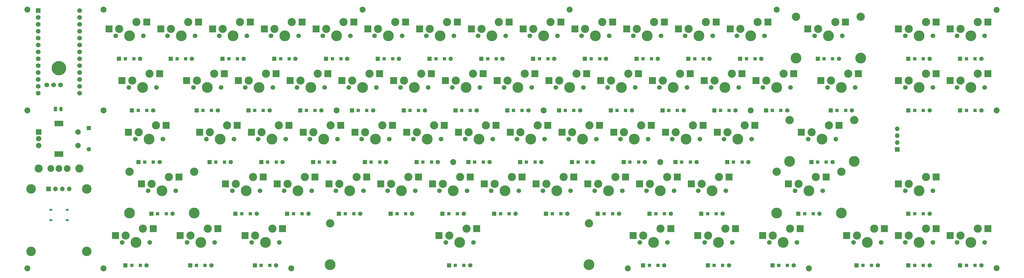
<source format=gbs>
G04 #@! TF.GenerationSoftware,KiCad,Pcbnew,8.0.7*
G04 #@! TF.CreationDate,2025-01-01T13:35:18+11:00*
G04 #@! TF.ProjectId,Mainpcb,4d61696e-7063-4622-9e6b-696361645f70,rev?*
G04 #@! TF.SameCoordinates,Original*
G04 #@! TF.FileFunction,Soldermask,Bot*
G04 #@! TF.FilePolarity,Negative*
%FSLAX46Y46*%
G04 Gerber Fmt 4.6, Leading zero omitted, Abs format (unit mm)*
G04 Created by KiCad (PCBNEW 8.0.7) date 2025-01-01 13:35:19*
%MOMM*%
%LPD*%
G01*
G04 APERTURE LIST*
G04 Aperture macros list*
%AMRoundRect*
0 Rectangle with rounded corners*
0 $1 Rounding radius*
0 $2 $3 $4 $5 $6 $7 $8 $9 X,Y pos of 4 corners*
0 Add a 4 corners polygon primitive as box body*
4,1,4,$2,$3,$4,$5,$6,$7,$8,$9,$2,$3,0*
0 Add four circle primitives for the rounded corners*
1,1,$1+$1,$2,$3*
1,1,$1+$1,$4,$5*
1,1,$1+$1,$6,$7*
1,1,$1+$1,$8,$9*
0 Add four rect primitives between the rounded corners*
20,1,$1+$1,$2,$3,$4,$5,0*
20,1,$1+$1,$4,$5,$6,$7,0*
20,1,$1+$1,$6,$7,$8,$9,0*
20,1,$1+$1,$8,$9,$2,$3,0*%
G04 Aperture macros list end*
%ADD10R,1.000000X0.750000*%
%ADD11C,3.000000*%
%ADD12C,2.500000*%
%ADD13R,1.752600X1.752600*%
%ADD14C,1.752600*%
%ADD15C,1.701800*%
%ADD16C,3.987800*%
%ADD17R,2.550000X2.500000*%
%ADD18R,1.600000X1.600000*%
%ADD19C,1.600000*%
%ADD20R,2.000000X2.000000*%
%ADD21C,2.000000*%
%ADD22R,3.200000X2.000000*%
%ADD23C,2.200000*%
%ADD24C,5.300000*%
%ADD25C,3.048000*%
%ADD26RoundRect,0.250000X-0.350000X-0.625000X0.350000X-0.625000X0.350000X0.625000X-0.350000X0.625000X0*%
%ADD27O,1.200000X1.750000*%
%ADD28O,1.700000X1.700000*%
%ADD29R,1.700000X1.700000*%
%ADD30C,3.500000*%
%ADD31R,1.200000X1.200000*%
G04 APERTURE END LIST*
D10*
X37000000Y-94250000D03*
X31000000Y-94250000D03*
X37000000Y-98000000D03*
X31000000Y-98000000D03*
D11*
X26500000Y-79000000D03*
X41500000Y-79000000D03*
D12*
X31000000Y-78950000D03*
X34000000Y-79000000D03*
X37000000Y-79000000D03*
D13*
X26380000Y-20760000D03*
D14*
X26380000Y-23300000D03*
X26380000Y-25840000D03*
X26380000Y-28380000D03*
X26380000Y-30920000D03*
X26380000Y-33460000D03*
X26380000Y-36000000D03*
X26380000Y-38540000D03*
X26380000Y-41080000D03*
X26380000Y-43620000D03*
X26380000Y-46160000D03*
X26380000Y-48700000D03*
X26380000Y-51240000D03*
X41620000Y-51240000D03*
X41620000Y-48700000D03*
X41620000Y-46160000D03*
X41620000Y-43620000D03*
X41620000Y-41080000D03*
X41620000Y-38540000D03*
X41620000Y-36000000D03*
X41620000Y-33460000D03*
X41620000Y-30920000D03*
X41620000Y-28380000D03*
X41620000Y-25840000D03*
X41620000Y-23300000D03*
X41620000Y-20760000D03*
X29460000Y-48145000D03*
X32000000Y-48145000D03*
X34540000Y-48145000D03*
D15*
X54920000Y-30000000D03*
D11*
X56190000Y-27460000D03*
D16*
X60000000Y-30000000D03*
D11*
X62540000Y-24920000D03*
D15*
X65080000Y-30000000D03*
D17*
X66290000Y-24920000D03*
X52440000Y-27460000D03*
D18*
X45000000Y-64100000D03*
D19*
X45000000Y-71900000D03*
D20*
X26500000Y-65500000D03*
D21*
X26500000Y-70500000D03*
X26500000Y-68000000D03*
D22*
X34000000Y-62400000D03*
X34000000Y-73600000D03*
D21*
X41000000Y-70500000D03*
X41000000Y-65500000D03*
D23*
X22381300Y-20381300D03*
X22381300Y-115818700D03*
X379086090Y-115725000D03*
X379086090Y-20475000D03*
X50381300Y-20381300D03*
X50381300Y-115818700D03*
X119529740Y-115818700D03*
X255263135Y-76600000D03*
X310028740Y-115818700D03*
X288599920Y-57550000D03*
D24*
X34000000Y-42000000D03*
D15*
X326380240Y-106200000D03*
D11*
X327650240Y-103660000D03*
D16*
X331460240Y-106200000D03*
D11*
X334000240Y-101120000D03*
D15*
X336540240Y-106200000D03*
D17*
X337750240Y-101120000D03*
X323900240Y-103660000D03*
D23*
X243354740Y-115818700D03*
D15*
X81112995Y-106200000D03*
D11*
X82382995Y-103660000D03*
D16*
X86192995Y-106200000D03*
D11*
X88732995Y-101120000D03*
D15*
X91272995Y-106200000D03*
D17*
X92482995Y-101120000D03*
X78632995Y-103660000D03*
D15*
X202558135Y-68100000D03*
D11*
X203828135Y-65560000D03*
D16*
X207638135Y-68100000D03*
D11*
X210178135Y-63020000D03*
D15*
X212718135Y-68100000D03*
D17*
X213928135Y-63020000D03*
X200078135Y-65560000D03*
D15*
X193032450Y-87150000D03*
D11*
X194302450Y-84610000D03*
D16*
X198112450Y-87150000D03*
D11*
X200652450Y-82070000D03*
D15*
X203192450Y-87150000D03*
D17*
X204402450Y-82070000D03*
X190552450Y-84610000D03*
D15*
X178744920Y-49050000D03*
D11*
X180014920Y-46510000D03*
D16*
X183824920Y-49050000D03*
D11*
X186364920Y-43970000D03*
D15*
X188904920Y-49050000D03*
D17*
X190114920Y-43970000D03*
X176264920Y-46510000D03*
D15*
X93020000Y-30000000D03*
D11*
X94290000Y-27460000D03*
D16*
X98100000Y-30000000D03*
D11*
X100640000Y-24920000D03*
D15*
X103180000Y-30000000D03*
D17*
X104390000Y-24920000D03*
X90540000Y-27460000D03*
D15*
X150170000Y-30000000D03*
D11*
X151440000Y-27460000D03*
D16*
X155250000Y-30000000D03*
D11*
X157790000Y-24920000D03*
D15*
X160330000Y-30000000D03*
D17*
X161540000Y-24920000D03*
X147690000Y-27460000D03*
D23*
X22381300Y-57550000D03*
D15*
X283520000Y-30000000D03*
D11*
X284790000Y-27460000D03*
D16*
X288600000Y-30000000D03*
D11*
X291140000Y-24920000D03*
D15*
X293680000Y-30000000D03*
D17*
X294890000Y-24920000D03*
X281040000Y-27460000D03*
D15*
X57301250Y-106200000D03*
D11*
X58571250Y-103660000D03*
D16*
X62381250Y-106200000D03*
D11*
X64921250Y-101120000D03*
D15*
X67461250Y-106200000D03*
D17*
X68671250Y-101120000D03*
X54821250Y-103660000D03*
D15*
X345431090Y-106200000D03*
D11*
X346701090Y-103660000D03*
D16*
X350511090Y-106200000D03*
D11*
X353051090Y-101120000D03*
D15*
X355591090Y-106200000D03*
D17*
X356801090Y-101120000D03*
X342951090Y-103660000D03*
D15*
X212082450Y-87150000D03*
D11*
X213352450Y-84610000D03*
D16*
X217162450Y-87150000D03*
D11*
X219702450Y-82070000D03*
D15*
X222242450Y-87150000D03*
D17*
X223452450Y-82070000D03*
X209602450Y-84610000D03*
D15*
X309713635Y-68100000D03*
D11*
X310983635Y-65560000D03*
D16*
X314793635Y-68100000D03*
D11*
X317333635Y-63020000D03*
D15*
X319873635Y-68100000D03*
D17*
X321083635Y-63020000D03*
X307233635Y-65560000D03*
D15*
X231132450Y-87150000D03*
D11*
X232402450Y-84610000D03*
D16*
X236212450Y-87150000D03*
D11*
X238752450Y-82070000D03*
D15*
X241292450Y-87150000D03*
D17*
X242502450Y-82070000D03*
X228652450Y-84610000D03*
D15*
X364482500Y-49050000D03*
D11*
X365752500Y-46510000D03*
D16*
X369562500Y-49050000D03*
D11*
X372102500Y-43970000D03*
D15*
X374642500Y-49050000D03*
D17*
X375852500Y-43970000D03*
X362002500Y-46510000D03*
D25*
X60006250Y-80165000D03*
D16*
X60006250Y-95405000D03*
D25*
X83806250Y-80165000D03*
D16*
X83806250Y-95405000D03*
D15*
X97782450Y-87150000D03*
D11*
X99052450Y-84610000D03*
D16*
X102862450Y-87150000D03*
D11*
X105402450Y-82070000D03*
D15*
X107942450Y-87150000D03*
D17*
X109152450Y-82070000D03*
X95302450Y-84610000D03*
D15*
X295423740Y-106200000D03*
D11*
X296693740Y-103660000D03*
D16*
X300503740Y-106200000D03*
D11*
X303043740Y-101120000D03*
D15*
X305583740Y-106200000D03*
D17*
X306793740Y-101120000D03*
X292943740Y-103660000D03*
D15*
X59682500Y-49050000D03*
D11*
X60952500Y-46510000D03*
D16*
X64762500Y-49050000D03*
D11*
X67302500Y-43970000D03*
D15*
X69842500Y-49050000D03*
D17*
X71052500Y-43970000D03*
X57202500Y-46510000D03*
D15*
X259708135Y-68100000D03*
D11*
X260978135Y-65560000D03*
D16*
X264788135Y-68100000D03*
D11*
X267328135Y-63020000D03*
D15*
X269868135Y-68100000D03*
D17*
X271078135Y-63020000D03*
X257228135Y-65560000D03*
D15*
X131120000Y-30000000D03*
D11*
X132390000Y-27460000D03*
D16*
X136200000Y-30000000D03*
D11*
X138740000Y-24920000D03*
D15*
X141280000Y-30000000D03*
D17*
X142490000Y-24920000D03*
X128640000Y-27460000D03*
D15*
X83494920Y-49050000D03*
D11*
X84764920Y-46510000D03*
D16*
X88574920Y-49050000D03*
D11*
X91114920Y-43970000D03*
D15*
X93654920Y-49050000D03*
D17*
X94864920Y-43970000D03*
X81014920Y-46510000D03*
D15*
X264470000Y-30000000D03*
D11*
X265740000Y-27460000D03*
D16*
X269550000Y-30000000D03*
D11*
X272090000Y-24920000D03*
D15*
X274630000Y-30000000D03*
D17*
X275840000Y-24920000D03*
X261990000Y-27460000D03*
D15*
X278758135Y-68100000D03*
D11*
X280028135Y-65560000D03*
D16*
X283838135Y-68100000D03*
D11*
X286378135Y-63020000D03*
D15*
X288918135Y-68100000D03*
D17*
X290128135Y-63020000D03*
X276278135Y-65560000D03*
D15*
X316857420Y-49050000D03*
D11*
X318127420Y-46510000D03*
D16*
X321937420Y-49050000D03*
D11*
X324477420Y-43970000D03*
D15*
X327017420Y-49050000D03*
D17*
X328227420Y-43970000D03*
X314377420Y-46510000D03*
D15*
X164458135Y-68100000D03*
D11*
X165728135Y-65560000D03*
D16*
X169538135Y-68100000D03*
D11*
X172078135Y-63020000D03*
D15*
X174618135Y-68100000D03*
D17*
X175828135Y-63020000D03*
X161978135Y-65560000D03*
D23*
X221925000Y-20381300D03*
D15*
X73970000Y-30000000D03*
D11*
X75240000Y-27460000D03*
D16*
X79050000Y-30000000D03*
D11*
X81590000Y-24920000D03*
D15*
X84130000Y-30000000D03*
D17*
X85340000Y-24920000D03*
X71490000Y-27460000D03*
D23*
X179063135Y-76600000D03*
D26*
X32730000Y-57050000D03*
D27*
X34730000Y-57050000D03*
D15*
X345431090Y-87150000D03*
D11*
X346701090Y-84610000D03*
D16*
X350511090Y-87150000D03*
D11*
X353051090Y-82070000D03*
D15*
X355591090Y-87150000D03*
D17*
X356801090Y-82070000D03*
X342951090Y-84610000D03*
D15*
X345432500Y-49050000D03*
D11*
X346702500Y-46510000D03*
D16*
X350512500Y-49050000D03*
D11*
X353052500Y-43970000D03*
D15*
X355592500Y-49050000D03*
D17*
X356802500Y-43970000D03*
X342952500Y-46510000D03*
D23*
X145725000Y-20381300D03*
D15*
X364482500Y-30000000D03*
D11*
X365752500Y-27460000D03*
D16*
X369562500Y-30000000D03*
D11*
X372102500Y-24920000D03*
D15*
X374642500Y-30000000D03*
D17*
X375852500Y-24920000D03*
X362002500Y-27460000D03*
D15*
X312095000Y-30000000D03*
D11*
X313365000Y-27460000D03*
D16*
X317175000Y-30000000D03*
D11*
X319715000Y-24920000D03*
D15*
X322255000Y-30000000D03*
D17*
X323465000Y-24920000D03*
X309615000Y-27460000D03*
D15*
X145408135Y-68100000D03*
D11*
X146678135Y-65560000D03*
D16*
X150488135Y-68100000D03*
D11*
X153028135Y-63020000D03*
D15*
X155568135Y-68100000D03*
D17*
X156778135Y-63020000D03*
X142928135Y-65560000D03*
D25*
X133816590Y-99215000D03*
D16*
X133816590Y-114455000D03*
D25*
X229066590Y-99215000D03*
D16*
X229066590Y-114455000D03*
D15*
X221608135Y-68100000D03*
D11*
X222878135Y-65560000D03*
D16*
X226688135Y-68100000D03*
D11*
X229228135Y-63020000D03*
D15*
X231768135Y-68100000D03*
D17*
X232978135Y-63020000D03*
X219128135Y-65560000D03*
D15*
X235894920Y-49050000D03*
D11*
X237164920Y-46510000D03*
D16*
X240974920Y-49050000D03*
D11*
X243514920Y-43970000D03*
D15*
X246054920Y-49050000D03*
D17*
X247264920Y-43970000D03*
X233414920Y-46510000D03*
D15*
X154932450Y-87150000D03*
D11*
X156202450Y-84610000D03*
D16*
X160012450Y-87150000D03*
D11*
X162552450Y-82070000D03*
D15*
X165092450Y-87150000D03*
D17*
X166302450Y-82070000D03*
X152452450Y-84610000D03*
D15*
X197794920Y-49050000D03*
D11*
X199064920Y-46510000D03*
D16*
X202874920Y-49050000D03*
D11*
X205414920Y-43970000D03*
D15*
X207954920Y-49050000D03*
D17*
X209164920Y-43970000D03*
X195314920Y-46510000D03*
D15*
X240658135Y-68100000D03*
D11*
X241928135Y-65560000D03*
D16*
X245738135Y-68100000D03*
D11*
X248278135Y-63020000D03*
D15*
X250818135Y-68100000D03*
D17*
X252028135Y-63020000D03*
X238178135Y-65560000D03*
D15*
X245420000Y-30000000D03*
D11*
X246690000Y-27460000D03*
D16*
X250500000Y-30000000D03*
D11*
X253040000Y-24920000D03*
D15*
X255580000Y-30000000D03*
D17*
X256790000Y-24920000D03*
X242940000Y-27460000D03*
D15*
X293044920Y-49050000D03*
D11*
X294314920Y-46510000D03*
D16*
X298124920Y-49050000D03*
D11*
X300664920Y-43970000D03*
D15*
X303204920Y-49050000D03*
D17*
X304414920Y-43970000D03*
X290564920Y-46510000D03*
D23*
X379086090Y-57550000D03*
D15*
X345432500Y-30000000D03*
D11*
X346702500Y-27460000D03*
D16*
X350512500Y-30000000D03*
D11*
X353052500Y-24920000D03*
D15*
X355592500Y-30000000D03*
D17*
X356802500Y-24920000D03*
X342952500Y-27460000D03*
D15*
X247799740Y-106200000D03*
D11*
X249069740Y-103660000D03*
D16*
X252879740Y-106200000D03*
D11*
X255419740Y-101120000D03*
D15*
X257959740Y-106200000D03*
D17*
X259169740Y-101120000D03*
X245319740Y-103660000D03*
D15*
X176361740Y-106200000D03*
D11*
X177631740Y-103660000D03*
D16*
X181441740Y-106200000D03*
D11*
X183981740Y-101120000D03*
D15*
X186521740Y-106200000D03*
D17*
X187731740Y-101120000D03*
X173881740Y-103660000D03*
D15*
X269232450Y-87150000D03*
D11*
X270502450Y-84610000D03*
D16*
X274312450Y-87150000D03*
D11*
X276852450Y-82070000D03*
D15*
X279392450Y-87150000D03*
D17*
X280602450Y-82070000D03*
X266752450Y-84610000D03*
D15*
X304950450Y-87150000D03*
D11*
X306220450Y-84610000D03*
D16*
X310030450Y-87150000D03*
D11*
X312570450Y-82070000D03*
D15*
X315110450Y-87150000D03*
D17*
X316320450Y-82070000D03*
X302470450Y-84610000D03*
D15*
X250182450Y-87150000D03*
D11*
X251452450Y-84610000D03*
D16*
X255262450Y-87150000D03*
D11*
X257802450Y-82070000D03*
D15*
X260342450Y-87150000D03*
D17*
X261552450Y-82070000D03*
X247702450Y-84610000D03*
D15*
X102544920Y-49050000D03*
D11*
X103814920Y-46510000D03*
D16*
X107624920Y-49050000D03*
D11*
X110164920Y-43970000D03*
D15*
X112704920Y-49050000D03*
D17*
X113914920Y-43970000D03*
X100064920Y-46510000D03*
D15*
X112070000Y-30000000D03*
D11*
X113340000Y-27460000D03*
D16*
X117150000Y-30000000D03*
D11*
X119690000Y-24920000D03*
D15*
X122230000Y-30000000D03*
D17*
X123440000Y-24920000D03*
X109590000Y-27460000D03*
D25*
X298130450Y-80165000D03*
D16*
X298130450Y-95405000D03*
D25*
X321930450Y-80165000D03*
D16*
X321930450Y-95405000D03*
D15*
X135882450Y-87150000D03*
D11*
X137152450Y-84610000D03*
D16*
X140962450Y-87150000D03*
D11*
X143502450Y-82070000D03*
D15*
X146042450Y-87150000D03*
D17*
X147252450Y-82070000D03*
X133402450Y-84610000D03*
D15*
X140644920Y-49050000D03*
D11*
X141914920Y-46510000D03*
D16*
X145724920Y-49050000D03*
D11*
X148264920Y-43970000D03*
D15*
X150804920Y-49050000D03*
D17*
X152014920Y-43970000D03*
X138164920Y-46510000D03*
D15*
X121594920Y-49050000D03*
D11*
X122864920Y-46510000D03*
D16*
X126674920Y-49050000D03*
D11*
X129214920Y-43970000D03*
D15*
X131754920Y-49050000D03*
D17*
X132964920Y-43970000D03*
X119114920Y-46510000D03*
D25*
X305275000Y-23015000D03*
D16*
X305275000Y-38255000D03*
D25*
X329075000Y-23015000D03*
D16*
X329075000Y-38255000D03*
D15*
X126358135Y-68100000D03*
D11*
X127628135Y-65560000D03*
D16*
X131438135Y-68100000D03*
D11*
X133978135Y-63020000D03*
D15*
X136518135Y-68100000D03*
D17*
X137728135Y-63020000D03*
X123878135Y-65560000D03*
D15*
X66826250Y-87150000D03*
D11*
X68096250Y-84610000D03*
D16*
X71906250Y-87150000D03*
D11*
X74446250Y-82070000D03*
D15*
X76986250Y-87150000D03*
D17*
X78196250Y-82070000D03*
X64346250Y-84610000D03*
D15*
X271611740Y-106200000D03*
D11*
X272881740Y-103660000D03*
D16*
X276691740Y-106200000D03*
D11*
X279231740Y-101120000D03*
D15*
X281771740Y-106200000D03*
D17*
X282981740Y-101120000D03*
X269131740Y-103660000D03*
D15*
X88258135Y-68100000D03*
D11*
X89528135Y-65560000D03*
D16*
X93338135Y-68100000D03*
D11*
X95878135Y-63020000D03*
D15*
X98418135Y-68100000D03*
D17*
X99628135Y-63020000D03*
X85778135Y-65560000D03*
D15*
X104924740Y-106200000D03*
D11*
X106194740Y-103660000D03*
D16*
X110004740Y-106200000D03*
D11*
X112544740Y-101120000D03*
D15*
X115084740Y-106200000D03*
D17*
X116294740Y-101120000D03*
X102444740Y-103660000D03*
D23*
X212399920Y-57550000D03*
D28*
X37810000Y-86500000D03*
X35270000Y-86500000D03*
X32730000Y-86500000D03*
D29*
X30190000Y-86500000D03*
D30*
X23750000Y-109500000D03*
X44250000Y-109500000D03*
X23750000Y-86500000D03*
X44250000Y-86500000D03*
D15*
X183508135Y-68100000D03*
D11*
X184778135Y-65560000D03*
D16*
X188588135Y-68100000D03*
D11*
X191128135Y-63020000D03*
D15*
X193668135Y-68100000D03*
D17*
X194878135Y-63020000D03*
X181028135Y-65560000D03*
D15*
X169220000Y-30000000D03*
D11*
X170490000Y-27460000D03*
D16*
X174300000Y-30000000D03*
D11*
X176840000Y-24920000D03*
D15*
X179380000Y-30000000D03*
D17*
X180590000Y-24920000D03*
X166740000Y-27460000D03*
D15*
X62063750Y-68100000D03*
D11*
X63333750Y-65560000D03*
D16*
X67143750Y-68100000D03*
D11*
X69683750Y-63020000D03*
D15*
X72223750Y-68100000D03*
D17*
X73433750Y-63020000D03*
X59583750Y-65560000D03*
D15*
X116832450Y-87150000D03*
D11*
X118102450Y-84610000D03*
D16*
X121912450Y-87150000D03*
D11*
X124452450Y-82070000D03*
D15*
X126992450Y-87150000D03*
D17*
X128202450Y-82070000D03*
X114352450Y-84610000D03*
D15*
X159694920Y-49050000D03*
D11*
X160964920Y-46510000D03*
D16*
X164774920Y-49050000D03*
D11*
X167314920Y-43970000D03*
D15*
X169854920Y-49050000D03*
D17*
X171064920Y-43970000D03*
X157214920Y-46510000D03*
D15*
X107308135Y-68100000D03*
D11*
X108578135Y-65560000D03*
D16*
X112388135Y-68100000D03*
D11*
X114928135Y-63020000D03*
D15*
X117468135Y-68100000D03*
D17*
X118678135Y-63020000D03*
X104828135Y-65560000D03*
D15*
X207320000Y-30000000D03*
D11*
X208590000Y-27460000D03*
D16*
X212400000Y-30000000D03*
D11*
X214940000Y-24920000D03*
D15*
X217480000Y-30000000D03*
D17*
X218690000Y-24920000D03*
X204840000Y-27460000D03*
D25*
X302893635Y-61115000D03*
D16*
X302893635Y-76355000D03*
D25*
X326693635Y-61115000D03*
D16*
X326693635Y-76355000D03*
D23*
X50381300Y-57550000D03*
D15*
X216844920Y-49050000D03*
D11*
X218114920Y-46510000D03*
D16*
X221924920Y-49050000D03*
D11*
X224464920Y-43970000D03*
D15*
X227004920Y-49050000D03*
D17*
X228214920Y-43970000D03*
X214364920Y-46510000D03*
D15*
X364481090Y-106200000D03*
D11*
X365751090Y-103660000D03*
D16*
X369561090Y-106200000D03*
D11*
X372101090Y-101120000D03*
D15*
X374641090Y-106200000D03*
D17*
X375851090Y-101120000D03*
X362001090Y-103660000D03*
D23*
X136199920Y-57550000D03*
D15*
X173982450Y-87150000D03*
D11*
X175252450Y-84610000D03*
D16*
X179062450Y-87150000D03*
D11*
X181602450Y-82070000D03*
D15*
X184142450Y-87150000D03*
D17*
X185352450Y-82070000D03*
X171502450Y-84610000D03*
D15*
X273994920Y-49050000D03*
D11*
X275264920Y-46510000D03*
D16*
X279074920Y-49050000D03*
D11*
X281614920Y-43970000D03*
D15*
X284154920Y-49050000D03*
D17*
X285364920Y-43970000D03*
X271514920Y-46510000D03*
D23*
X298125000Y-20381300D03*
D15*
X254944920Y-49050000D03*
D11*
X256214920Y-46510000D03*
D16*
X260024920Y-49050000D03*
D11*
X262564920Y-43970000D03*
D15*
X265104920Y-49050000D03*
D17*
X266314920Y-43970000D03*
X252464920Y-46510000D03*
D29*
X342537500Y-71910000D03*
D28*
X342537500Y-69370000D03*
X342537500Y-66830000D03*
X342537500Y-64290000D03*
D15*
X188270000Y-30000000D03*
D11*
X189540000Y-27460000D03*
D16*
X193350000Y-30000000D03*
D11*
X195890000Y-24920000D03*
D15*
X198430000Y-30000000D03*
D17*
X199640000Y-24920000D03*
X185790000Y-27460000D03*
D15*
X226370000Y-30000000D03*
D11*
X227640000Y-27460000D03*
D16*
X231450000Y-30000000D03*
D11*
X233990000Y-24920000D03*
D15*
X236530000Y-30000000D03*
D17*
X237740000Y-24920000D03*
X223890000Y-27460000D03*
D18*
X151350000Y-38500000D03*
D31*
X153675000Y-38500000D03*
X156825000Y-38500000D03*
D19*
X159150000Y-38500000D03*
D18*
X346612500Y-57550000D03*
D31*
X348937500Y-57550000D03*
X352087500Y-57550000D03*
D19*
X354412500Y-57550000D03*
D18*
X170400000Y-38500000D03*
D31*
X172725000Y-38500000D03*
X175875000Y-38500000D03*
D19*
X178200000Y-38500000D03*
D18*
X208500000Y-38500000D03*
D31*
X210825000Y-38500000D03*
X213975000Y-38500000D03*
D19*
X216300000Y-38500000D03*
D18*
X194212450Y-95650000D03*
D31*
X196537450Y-95650000D03*
X199687450Y-95650000D03*
D19*
X202012450Y-95650000D03*
D18*
X89438135Y-76600000D03*
D31*
X91763135Y-76600000D03*
X94913135Y-76600000D03*
D19*
X97238135Y-76600000D03*
D18*
X175162450Y-95650000D03*
D31*
X177487450Y-95650000D03*
X180637450Y-95650000D03*
D19*
X182962450Y-95650000D03*
D18*
X346611090Y-95650000D03*
D31*
X348936090Y-95650000D03*
X352086090Y-95650000D03*
D19*
X354411090Y-95650000D03*
D18*
X296604590Y-114700000D03*
D31*
X298929590Y-114700000D03*
X302079590Y-114700000D03*
D19*
X304404590Y-114700000D03*
D18*
X227550000Y-38500000D03*
D31*
X229875000Y-38500000D03*
X233025000Y-38500000D03*
D19*
X235350000Y-38500000D03*
D18*
X284700000Y-38500000D03*
D31*
X287025000Y-38500000D03*
X290175000Y-38500000D03*
D19*
X292500000Y-38500000D03*
D18*
X184688135Y-76600000D03*
D31*
X187013135Y-76600000D03*
X190163135Y-76600000D03*
D19*
X192488135Y-76600000D03*
D18*
X213262450Y-95650000D03*
D31*
X215587450Y-95650000D03*
X218737450Y-95650000D03*
D19*
X221062450Y-95650000D03*
D18*
X122774920Y-57550000D03*
D31*
X125099920Y-57550000D03*
X128249920Y-57550000D03*
D19*
X130574920Y-57550000D03*
D18*
X141824920Y-57550000D03*
D31*
X144149920Y-57550000D03*
X147299920Y-57550000D03*
D19*
X149624920Y-57550000D03*
D18*
X365661090Y-114700000D03*
D31*
X367986090Y-114700000D03*
X371136090Y-114700000D03*
D19*
X373461090Y-114700000D03*
D18*
X63243750Y-76600000D03*
D31*
X65568750Y-76600000D03*
X68718750Y-76600000D03*
D19*
X71043750Y-76600000D03*
D18*
X275174920Y-57550000D03*
D31*
X277499920Y-57550000D03*
X280649920Y-57550000D03*
D19*
X282974920Y-57550000D03*
D18*
X177541590Y-114700000D03*
D31*
X179866590Y-114700000D03*
X183016590Y-114700000D03*
D19*
X185341590Y-114700000D03*
D18*
X56100000Y-38500000D03*
D31*
X58425000Y-38500000D03*
X61575000Y-38500000D03*
D19*
X63900000Y-38500000D03*
D18*
X294224920Y-57550000D03*
D31*
X296549920Y-57550000D03*
X299699920Y-57550000D03*
D19*
X302024920Y-57550000D03*
D18*
X365662500Y-38500000D03*
D31*
X367987500Y-38500000D03*
X371137500Y-38500000D03*
D19*
X373462500Y-38500000D03*
D18*
X232312450Y-95650000D03*
D31*
X234637450Y-95650000D03*
X237787450Y-95650000D03*
D19*
X240112450Y-95650000D03*
D18*
X248979590Y-114700000D03*
D31*
X251304590Y-114700000D03*
X254454590Y-114700000D03*
D19*
X256779590Y-114700000D03*
D18*
X265650000Y-38500000D03*
D31*
X267975000Y-38500000D03*
X271125000Y-38500000D03*
D19*
X273450000Y-38500000D03*
D18*
X160874920Y-57550000D03*
D31*
X163199920Y-57550000D03*
X166349920Y-57550000D03*
D19*
X168674920Y-57550000D03*
D18*
X270412450Y-95650000D03*
D31*
X272737450Y-95650000D03*
X275887450Y-95650000D03*
D19*
X278212450Y-95650000D03*
D18*
X260888135Y-76600000D03*
D31*
X263213135Y-76600000D03*
X266363135Y-76600000D03*
D19*
X268688135Y-76600000D03*
D18*
X310893635Y-76600000D03*
D31*
X313218635Y-76600000D03*
X316368635Y-76600000D03*
D19*
X318693635Y-76600000D03*
D18*
X203738135Y-76600000D03*
D31*
X206063135Y-76600000D03*
X209213135Y-76600000D03*
D19*
X211538135Y-76600000D03*
D18*
X246600000Y-38500000D03*
D31*
X248925000Y-38500000D03*
X252075000Y-38500000D03*
D19*
X254400000Y-38500000D03*
D18*
X58481250Y-114700000D03*
D31*
X60806250Y-114700000D03*
X63956250Y-114700000D03*
D19*
X66281250Y-114700000D03*
D18*
X218024920Y-57550000D03*
D31*
X220349920Y-57550000D03*
X223499920Y-57550000D03*
D19*
X225824920Y-57550000D03*
D18*
X306130450Y-95650000D03*
D31*
X308455450Y-95650000D03*
X311605450Y-95650000D03*
D19*
X313930450Y-95650000D03*
D18*
X82292995Y-114700000D03*
D31*
X84617995Y-114700000D03*
X87767995Y-114700000D03*
D19*
X90092995Y-114700000D03*
D18*
X75150000Y-38500000D03*
D31*
X77475000Y-38500000D03*
X80625000Y-38500000D03*
D19*
X82950000Y-38500000D03*
D18*
X346611090Y-114700000D03*
D31*
X348936090Y-114700000D03*
X352086090Y-114700000D03*
D19*
X354411090Y-114700000D03*
D18*
X118012450Y-95650000D03*
D31*
X120337450Y-95650000D03*
X123487450Y-95650000D03*
D19*
X125812450Y-95650000D03*
D18*
X113250000Y-38500000D03*
D31*
X115575000Y-38500000D03*
X118725000Y-38500000D03*
D19*
X121050000Y-38500000D03*
D18*
X327561090Y-114700000D03*
D31*
X329886090Y-114700000D03*
X333036090Y-114700000D03*
D19*
X335361090Y-114700000D03*
D18*
X106104740Y-114700000D03*
D31*
X108429740Y-114700000D03*
X111579740Y-114700000D03*
D19*
X113904740Y-114700000D03*
D18*
X222788135Y-76600000D03*
D31*
X225113135Y-76600000D03*
X228263135Y-76600000D03*
D19*
X230588135Y-76600000D03*
D18*
X179924920Y-57550000D03*
D31*
X182249920Y-57550000D03*
X185399920Y-57550000D03*
D19*
X187724920Y-57550000D03*
D18*
X251362450Y-95650000D03*
D31*
X253687450Y-95650000D03*
X256837450Y-95650000D03*
D19*
X259162450Y-95650000D03*
D18*
X60862500Y-57550000D03*
D31*
X63187500Y-57550000D03*
X66337500Y-57550000D03*
D19*
X68662500Y-57550000D03*
D18*
X279938135Y-76600000D03*
D31*
X282263135Y-76600000D03*
X285413135Y-76600000D03*
D19*
X287738135Y-76600000D03*
D18*
X198974920Y-57550000D03*
D31*
X201299920Y-57550000D03*
X204449920Y-57550000D03*
D19*
X206774920Y-57550000D03*
D18*
X132300000Y-38500000D03*
D31*
X134625000Y-38500000D03*
X137775000Y-38500000D03*
D19*
X140100000Y-38500000D03*
D18*
X237074920Y-57550000D03*
D31*
X239399920Y-57550000D03*
X242549920Y-57550000D03*
D19*
X244874920Y-57550000D03*
D18*
X108488135Y-76600000D03*
D31*
X110813135Y-76600000D03*
X113963135Y-76600000D03*
D19*
X116288135Y-76600000D03*
D18*
X103724920Y-57550000D03*
D31*
X106049920Y-57550000D03*
X109199920Y-57550000D03*
D19*
X111524920Y-57550000D03*
D18*
X272791590Y-114700000D03*
D31*
X275116590Y-114700000D03*
X278266590Y-114700000D03*
D19*
X280591590Y-114700000D03*
D18*
X313275000Y-38500000D03*
D31*
X315600000Y-38500000D03*
X318750000Y-38500000D03*
D19*
X321075000Y-38500000D03*
D18*
X165638135Y-76600000D03*
D31*
X167963135Y-76600000D03*
X171113135Y-76600000D03*
D19*
X173438135Y-76600000D03*
D18*
X318037420Y-57550000D03*
D31*
X320362420Y-57550000D03*
X323512420Y-57550000D03*
D19*
X325837420Y-57550000D03*
D18*
X189450000Y-38500000D03*
D31*
X191775000Y-38500000D03*
X194925000Y-38500000D03*
D19*
X197250000Y-38500000D03*
D18*
X127538135Y-76600000D03*
D31*
X129863135Y-76600000D03*
X133013135Y-76600000D03*
D19*
X135338135Y-76600000D03*
D18*
X156112450Y-95650000D03*
D31*
X158437450Y-95650000D03*
X161587450Y-95650000D03*
D19*
X163912450Y-95650000D03*
D18*
X98962450Y-95650000D03*
D31*
X101287450Y-95650000D03*
X104437450Y-95650000D03*
D19*
X106762450Y-95650000D03*
D18*
X241838135Y-76600000D03*
D31*
X244163135Y-76600000D03*
X247313135Y-76600000D03*
D19*
X249638135Y-76600000D03*
D18*
X68006250Y-95650000D03*
D31*
X70331250Y-95650000D03*
X73481250Y-95650000D03*
D19*
X75806250Y-95650000D03*
D18*
X256124920Y-57550000D03*
D31*
X258449920Y-57550000D03*
X261599920Y-57550000D03*
D19*
X263924920Y-57550000D03*
D18*
X146588135Y-76600000D03*
D31*
X148913135Y-76600000D03*
X152063135Y-76600000D03*
D19*
X154388135Y-76600000D03*
D18*
X365662500Y-57550000D03*
D31*
X367987500Y-57550000D03*
X371137500Y-57550000D03*
D19*
X373462500Y-57550000D03*
D18*
X94200000Y-38500000D03*
D31*
X96525000Y-38500000D03*
X99675000Y-38500000D03*
D19*
X102000000Y-38500000D03*
D18*
X84674920Y-57550000D03*
D31*
X86999920Y-57550000D03*
X90149920Y-57550000D03*
D19*
X92474920Y-57550000D03*
D18*
X137062450Y-95650000D03*
D31*
X139387450Y-95650000D03*
X142537450Y-95650000D03*
D19*
X144862450Y-95650000D03*
D18*
X346612500Y-38500000D03*
D31*
X348937500Y-38500000D03*
X352087500Y-38500000D03*
D19*
X354412500Y-38500000D03*
M02*

</source>
